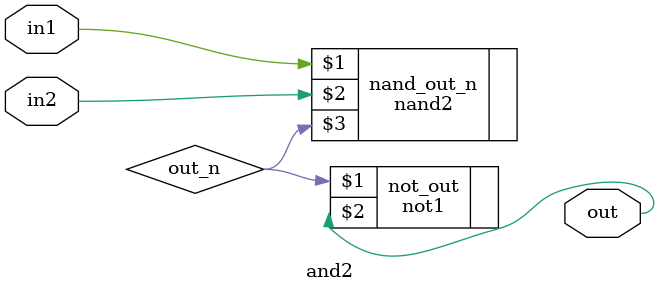
<source format=v>
module and2 (in1,in2,out);
   input in1,in2;
   output out;
   wire out_n;
   nand2 nand_out_n(in1, in2, out_n);
   not1 not_out(out_n, out);
endmodule

</source>
